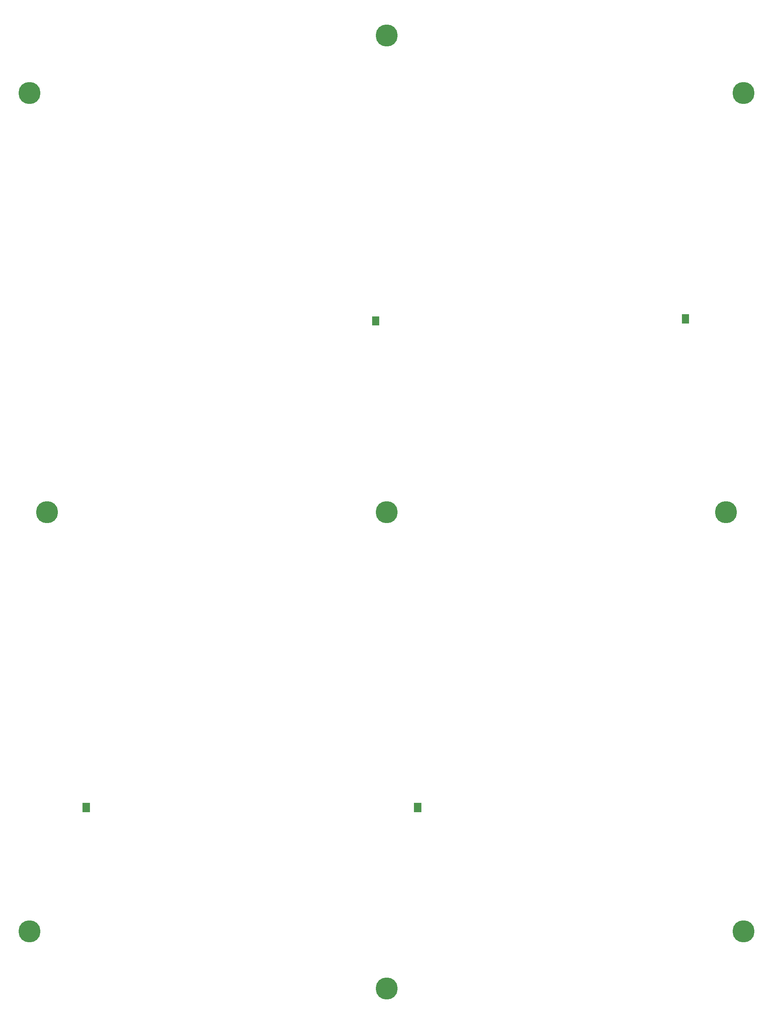
<source format=gbr>
%TF.GenerationSoftware,KiCad,Pcbnew,5.99.0-unknown-283d176cdc~117~ubuntu20.04.1*%
%TF.CreationDate,2021-02-27T15:30:39-06:00*%
%TF.ProjectId,FlatPanel4x4_tighter,466c6174-5061-46e6-956c-3478345f7469,rev?*%
%TF.SameCoordinates,Original*%
%TF.FileFunction,Soldermask,Bot*%
%TF.FilePolarity,Negative*%
%FSLAX46Y46*%
G04 Gerber Fmt 4.6, Leading zero omitted, Abs format (unit mm)*
G04 Created by KiCad (PCBNEW 5.99.0-unknown-283d176cdc~117~ubuntu20.04.1) date 2021-02-27 15:30:39*
%MOMM*%
%LPD*%
G01*
G04 APERTURE LIST*
%ADD10C,0.000100*%
%ADD11C,2.900000*%
%ADD12C,5.000000*%
%ADD13C,1.565000*%
G04 APERTURE END LIST*
D10*
%TO.C,Feed1*%
X91272490Y-68637296D02*
X89708379Y-68637296D01*
X89708379Y-68637296D02*
X89708380Y-70636585D01*
X89708380Y-70636585D02*
X91272490Y-70636585D01*
X91272490Y-70636585D02*
X91272490Y-68637296D01*
G36*
X91272490Y-70636585D02*
G01*
X89708380Y-70636585D01*
X89708379Y-68637296D01*
X91272490Y-68637296D01*
X91272490Y-70636585D01*
G37*
X91272490Y-70636585D02*
X89708380Y-70636585D01*
X89708379Y-68637296D01*
X91272490Y-68637296D01*
X91272490Y-70636585D01*
%TO.C,Feed3*%
X24075806Y-180907704D02*
X25639917Y-180907704D01*
X25639917Y-180907704D02*
X25639916Y-178908415D01*
X25639916Y-178908415D02*
X24075806Y-178908415D01*
X24075806Y-178908415D02*
X24075806Y-180907704D01*
G36*
X25639917Y-180907704D02*
G01*
X24075806Y-180907704D01*
X24075806Y-178908415D01*
X25639916Y-178908415D01*
X25639917Y-180907704D01*
G37*
X25639917Y-180907704D02*
X24075806Y-180907704D01*
X24075806Y-178908415D01*
X25639916Y-178908415D01*
X25639917Y-180907704D01*
%TO.C,Feed4*%
X99232510Y-180907704D02*
X100796621Y-180907704D01*
X100796621Y-180907704D02*
X100796620Y-178908415D01*
X100796620Y-178908415D02*
X99232510Y-178908415D01*
X99232510Y-178908415D02*
X99232510Y-180907704D01*
G36*
X100796621Y-180907704D02*
G01*
X99232510Y-180907704D01*
X99232510Y-178908415D01*
X100796620Y-178908415D01*
X100796621Y-180907704D01*
G37*
X100796621Y-180907704D02*
X99232510Y-180907704D01*
X99232510Y-178908415D01*
X100796620Y-178908415D01*
X100796621Y-180907704D01*
%TO.C,Feed2*%
X161572490Y-68177296D02*
X160008379Y-68177296D01*
X160008379Y-68177296D02*
X160008380Y-70176585D01*
X160008380Y-70176585D02*
X161572490Y-70176585D01*
X161572490Y-70176585D02*
X161572490Y-68177296D01*
G36*
X161572490Y-70176585D02*
G01*
X160008380Y-70176585D01*
X160008379Y-68177296D01*
X161572490Y-68177296D01*
X161572490Y-70176585D01*
G37*
X161572490Y-70176585D02*
X160008380Y-70176585D01*
X160008379Y-68177296D01*
X161572490Y-68177296D01*
X161572490Y-70176585D01*
%TD*%
D11*
%TO.C,H11*%
X93000000Y-113000000D03*
D12*
X93000000Y-113000000D03*
%TD*%
%TO.C,H10*%
X93000000Y-5000000D03*
D11*
X93000000Y-5000000D03*
%TD*%
%TO.C,H12*%
X170000000Y-113000000D03*
D12*
X170000000Y-113000000D03*
%TD*%
%TO.C,H4*%
X174000000Y-208000000D03*
D11*
X174000000Y-208000000D03*
%TD*%
D12*
%TO.C,H9*%
X93000000Y-221000000D03*
D11*
X93000000Y-221000000D03*
%TD*%
D12*
%TO.C,H2*%
X174000000Y-18000000D03*
D11*
X174000000Y-18000000D03*
%TD*%
D12*
%TO.C,H3*%
X12000000Y-208000000D03*
D11*
X12000000Y-208000000D03*
%TD*%
%TO.C,H1*%
X12000000Y-18000000D03*
D12*
X12000000Y-18000000D03*
%TD*%
%TO.C,H11*%
X16000000Y-113000000D03*
D11*
X16000000Y-113000000D03*
%TD*%
D13*
%TO.C,Feed1*%
X90490000Y-69635000D03*
%TD*%
%TO.C,Feed3*%
X24858296Y-179910000D03*
%TD*%
%TO.C,Feed4*%
X100015000Y-179910000D03*
%TD*%
%TO.C,Feed2*%
X160790000Y-69175000D03*
%TD*%
M02*

</source>
